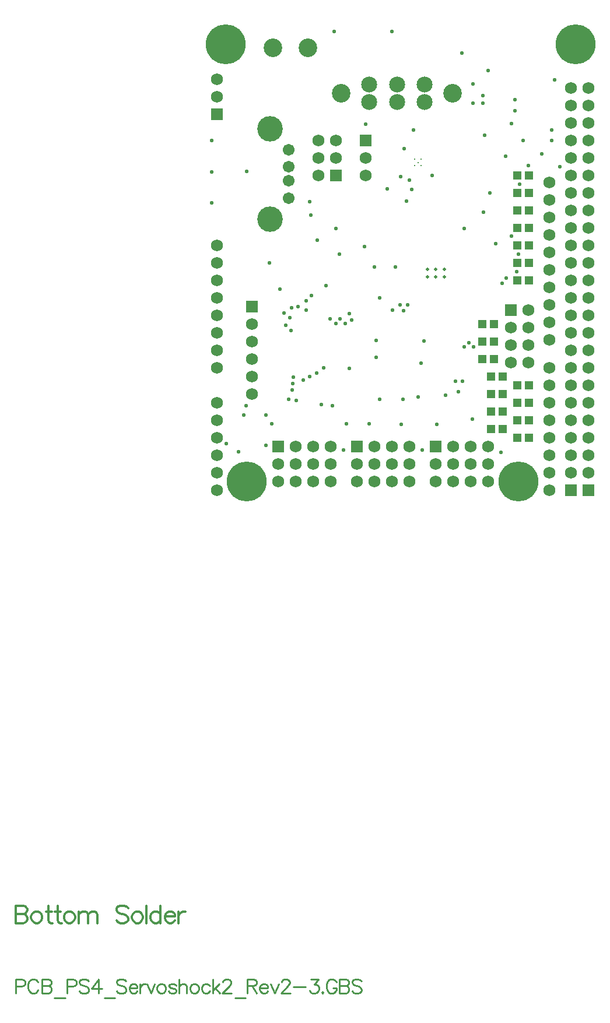
<source format=gbs>
%FSAX24Y24*%
%MOIN*%
G70*
G01*
G75*
G04 Layer_Color=16711935*
G04:AMPARAMS|DCode=10|XSize=9.4mil|YSize=27.6mil|CornerRadius=2.4mil|HoleSize=0mil|Usage=FLASHONLY|Rotation=90.000|XOffset=0mil|YOffset=0mil|HoleType=Round|Shape=RoundedRectangle|*
%AMROUNDEDRECTD10*
21,1,0.0094,0.0228,0,0,90.0*
21,1,0.0047,0.0276,0,0,90.0*
1,1,0.0047,0.0114,0.0024*
1,1,0.0047,0.0114,-0.0024*
1,1,0.0047,-0.0114,-0.0024*
1,1,0.0047,-0.0114,0.0024*
%
%ADD10ROUNDEDRECTD10*%
%ADD11R,0.0661X0.0661*%
G04:AMPARAMS|DCode=12|XSize=9.4mil|YSize=27.6mil|CornerRadius=2.4mil|HoleSize=0mil|Usage=FLASHONLY|Rotation=180.000|XOffset=0mil|YOffset=0mil|HoleType=Round|Shape=RoundedRectangle|*
%AMROUNDEDRECTD12*
21,1,0.0094,0.0228,0,0,180.0*
21,1,0.0047,0.0276,0,0,180.0*
1,1,0.0047,-0.0024,0.0114*
1,1,0.0047,0.0024,0.0114*
1,1,0.0047,0.0024,-0.0114*
1,1,0.0047,-0.0024,-0.0114*
%
%ADD12ROUNDEDRECTD12*%
%ADD13R,0.0591X0.0512*%
%ADD14R,0.1100X0.0680*%
%ADD15R,0.0394X0.0433*%
%ADD16R,0.0433X0.0394*%
%ADD17R,0.0390X0.0430*%
%ADD18R,0.0591X0.1575*%
%ADD19R,0.0709X0.0630*%
%ADD20O,0.0118X0.0709*%
%ADD21O,0.0709X0.0118*%
%ADD22R,0.0472X0.0866*%
%ADD23R,0.1378X0.0866*%
%ADD24R,0.0472X0.1378*%
%ADD25R,0.0177X0.0354*%
%ADD26R,0.0430X0.0390*%
%ADD27C,0.0400*%
%ADD28R,0.0512X0.0591*%
%ADD29O,0.0768X0.0157*%
%ADD30R,0.0157X0.0532*%
%ADD31R,0.0748X0.0748*%
%ADD32R,0.0630X0.0551*%
%ADD33R,0.0709X0.0748*%
%ADD34C,0.0090*%
%ADD35C,0.0110*%
%ADD36C,0.0150*%
%ADD37C,0.0250*%
%ADD38C,0.0600*%
%ADD39C,0.0500*%
%ADD40C,0.0750*%
%ADD41C,0.1000*%
%ADD42C,0.0700*%
%ADD43C,0.0100*%
%ADD44C,0.0200*%
%ADD45C,0.0120*%
%ADD46R,0.0667X0.0672*%
%ADD47R,0.0840X0.0730*%
%ADD48R,0.1290X0.0830*%
%ADD49R,0.1050X0.2350*%
%ADD50R,0.1370X0.0930*%
%ADD51R,0.0600X0.0600*%
%ADD52C,0.0600*%
%ADD53C,0.0984*%
%ADD54C,0.0591*%
%ADD55C,0.1378*%
%ADD56C,0.2200*%
%ADD57C,0.0827*%
%ADD58C,0.0220*%
%ADD59C,0.0280*%
%ADD60C,0.0260*%
%ADD61C,0.0180*%
%ADD62C,0.0230*%
%ADD63C,0.0098*%
%ADD64C,0.0236*%
%ADD65C,0.0035*%
%ADD66C,0.0157*%
%ADD67C,0.0050*%
%ADD68C,0.0080*%
%ADD69C,0.0060*%
%ADD70C,0.0079*%
%ADD71C,0.0040*%
%ADD72C,0.0118*%
%ADD73R,0.0300X0.0600*%
%ADD74R,0.0600X0.0250*%
%ADD75R,0.0591X0.0591*%
%ADD76R,0.1260X0.0610*%
G04:AMPARAMS|DCode=77|XSize=13.4mil|YSize=31.5mil|CornerRadius=3.3mil|HoleSize=0mil|Usage=FLASHONLY|Rotation=90.000|XOffset=0mil|YOffset=0mil|HoleType=Round|Shape=RoundedRectangle|*
%AMROUNDEDRECTD77*
21,1,0.0134,0.0248,0,0,90.0*
21,1,0.0067,0.0315,0,0,90.0*
1,1,0.0067,0.0124,0.0033*
1,1,0.0067,0.0124,-0.0033*
1,1,0.0067,-0.0124,-0.0033*
1,1,0.0067,-0.0124,0.0033*
%
%ADD77ROUNDEDRECTD77*%
G04:AMPARAMS|DCode=78|XSize=13.4mil|YSize=31.5mil|CornerRadius=3.3mil|HoleSize=0mil|Usage=FLASHONLY|Rotation=180.000|XOffset=0mil|YOffset=0mil|HoleType=Round|Shape=RoundedRectangle|*
%AMROUNDEDRECTD78*
21,1,0.0134,0.0248,0,0,180.0*
21,1,0.0067,0.0315,0,0,180.0*
1,1,0.0067,-0.0033,0.0124*
1,1,0.0067,0.0033,0.0124*
1,1,0.0067,0.0033,-0.0124*
1,1,0.0067,-0.0033,-0.0124*
%
%ADD78ROUNDEDRECTD78*%
%ADD79R,0.0671X0.0592*%
%ADD80R,0.1180X0.0760*%
%ADD81R,0.0474X0.0513*%
%ADD82R,0.0513X0.0474*%
%ADD83R,0.0470X0.0510*%
%ADD84R,0.0669X0.1654*%
%ADD85R,0.0789X0.0710*%
%ADD86O,0.0198X0.0789*%
%ADD87O,0.0789X0.0198*%
%ADD88R,0.0552X0.0946*%
%ADD89R,0.1458X0.0946*%
%ADD90R,0.0552X0.1458*%
%ADD91R,0.0257X0.0434*%
%ADD92R,0.0510X0.0470*%
%ADD93C,0.1000*%
%ADD94R,0.0592X0.0671*%
%ADD95O,0.0848X0.0237*%
%ADD96R,0.0236X0.0610*%
%ADD97R,0.0828X0.0828*%
%ADD98R,0.0710X0.0631*%
%ADD99R,0.0789X0.0828*%
%ADD100R,0.0680X0.0680*%
%ADD101C,0.0680*%
%ADD102C,0.1064*%
%ADD103C,0.0671*%
%ADD104C,0.1458*%
%ADD105C,0.2280*%
%ADD106C,0.0907*%
%ADD107C,0.0118*%
%ADD108C,0.0220*%
%ADD109C,0.0200*%
D43*
X022500Y026381D02*
X022843D01*
X022957Y026419D01*
X022995Y026457D01*
X023033Y026533D01*
Y026647D01*
X022995Y026724D01*
X022957Y026762D01*
X022843Y026800D01*
X022500D01*
Y026000D01*
X023784Y026609D02*
X023745Y026686D01*
X023669Y026762D01*
X023593Y026800D01*
X023441D01*
X023365Y026762D01*
X023288Y026686D01*
X023250Y026609D01*
X023212Y026495D01*
Y026305D01*
X023250Y026190D01*
X023288Y026114D01*
X023365Y026038D01*
X023441Y026000D01*
X023593D01*
X023669Y026038D01*
X023745Y026114D01*
X023784Y026190D01*
X024008Y026800D02*
Y026000D01*
Y026800D02*
X024351D01*
X024465Y026762D01*
X024503Y026724D01*
X024541Y026647D01*
Y026571D01*
X024503Y026495D01*
X024465Y026457D01*
X024351Y026419D01*
X024008D02*
X024351D01*
X024465Y026381D01*
X024503Y026343D01*
X024541Y026267D01*
Y026152D01*
X024503Y026076D01*
X024465Y026038D01*
X024351Y026000D01*
X024008D01*
X024720Y025733D02*
X025330D01*
X025433Y026381D02*
X025775D01*
X025890Y026419D01*
X025928Y026457D01*
X025966Y026533D01*
Y026647D01*
X025928Y026724D01*
X025890Y026762D01*
X025775Y026800D01*
X025433D01*
Y026000D01*
X026678Y026686D02*
X026602Y026762D01*
X026488Y026800D01*
X026335D01*
X026221Y026762D01*
X026145Y026686D01*
Y026609D01*
X026183Y026533D01*
X026221Y026495D01*
X026297Y026457D01*
X026526Y026381D01*
X026602Y026343D01*
X026640Y026305D01*
X026678Y026229D01*
Y026114D01*
X026602Y026038D01*
X026488Y026000D01*
X026335D01*
X026221Y026038D01*
X026145Y026114D01*
X027238Y026800D02*
X026857Y026267D01*
X027428D01*
X027238Y026800D02*
Y026000D01*
X027569Y025733D02*
X028179D01*
X028815Y026686D02*
X028739Y026762D01*
X028624Y026800D01*
X028472D01*
X028358Y026762D01*
X028282Y026686D01*
Y026609D01*
X028320Y026533D01*
X028358Y026495D01*
X028434Y026457D01*
X028662Y026381D01*
X028739Y026343D01*
X028777Y026305D01*
X028815Y026229D01*
Y026114D01*
X028739Y026038D01*
X028624Y026000D01*
X028472D01*
X028358Y026038D01*
X028282Y026114D01*
X028994Y026305D02*
X029451D01*
Y026381D01*
X029413Y026457D01*
X029375Y026495D01*
X029299Y026533D01*
X029184D01*
X029108Y026495D01*
X029032Y026419D01*
X028994Y026305D01*
Y026229D01*
X029032Y026114D01*
X029108Y026038D01*
X029184Y026000D01*
X029299D01*
X029375Y026038D01*
X029451Y026114D01*
X029622Y026533D02*
Y026000D01*
Y026305D02*
X029660Y026419D01*
X029737Y026495D01*
X029813Y026533D01*
X029927D01*
X029999D02*
X030228Y026000D01*
X030456Y026533D02*
X030228Y026000D01*
X030776Y026533D02*
X030700Y026495D01*
X030624Y026419D01*
X030586Y026305D01*
Y026229D01*
X030624Y026114D01*
X030700Y026038D01*
X030776Y026000D01*
X030891D01*
X030967Y026038D01*
X031043Y026114D01*
X031081Y026229D01*
Y026305D01*
X031043Y026419D01*
X030967Y026495D01*
X030891Y026533D01*
X030776D01*
X031675Y026419D02*
X031637Y026495D01*
X031523Y026533D01*
X031409D01*
X031294Y026495D01*
X031256Y026419D01*
X031294Y026343D01*
X031370Y026305D01*
X031561Y026267D01*
X031637Y026229D01*
X031675Y026152D01*
Y026114D01*
X031637Y026038D01*
X031523Y026000D01*
X031409D01*
X031294Y026038D01*
X031256Y026114D01*
X031843Y026800D02*
Y026000D01*
Y026381D02*
X031957Y026495D01*
X032033Y026533D01*
X032147D01*
X032224Y026495D01*
X032262Y026381D01*
Y026000D01*
X032662Y026533D02*
X032585Y026495D01*
X032509Y026419D01*
X032471Y026305D01*
Y026229D01*
X032509Y026114D01*
X032585Y026038D01*
X032662Y026000D01*
X032776D01*
X032852Y026038D01*
X032928Y026114D01*
X032966Y026229D01*
Y026305D01*
X032928Y026419D01*
X032852Y026495D01*
X032776Y026533D01*
X032662D01*
X033599Y026419D02*
X033522Y026495D01*
X033446Y026533D01*
X033332D01*
X033256Y026495D01*
X033180Y026419D01*
X033142Y026305D01*
Y026229D01*
X033180Y026114D01*
X033256Y026038D01*
X033332Y026000D01*
X033446D01*
X033522Y026038D01*
X033599Y026114D01*
X033770Y026800D02*
Y026000D01*
X034151Y026533D02*
X033770Y026152D01*
X033922Y026305D02*
X034189Y026000D01*
X034353Y026609D02*
Y026647D01*
X034391Y026724D01*
X034429Y026762D01*
X034505Y026800D01*
X034657D01*
X034734Y026762D01*
X034772Y026724D01*
X034810Y026647D01*
Y026571D01*
X034772Y026495D01*
X034695Y026381D01*
X034315Y026000D01*
X034848D01*
X035027Y025733D02*
X035636D01*
X035739Y026800D02*
Y026000D01*
Y026800D02*
X036082D01*
X036196Y026762D01*
X036234Y026724D01*
X036272Y026647D01*
Y026571D01*
X036234Y026495D01*
X036196Y026457D01*
X036082Y026419D01*
X035739D01*
X036006D02*
X036272Y026000D01*
X036451Y026305D02*
X036908D01*
Y026381D01*
X036870Y026457D01*
X036832Y026495D01*
X036756Y026533D01*
X036642D01*
X036566Y026495D01*
X036489Y026419D01*
X036451Y026305D01*
Y026229D01*
X036489Y026114D01*
X036566Y026038D01*
X036642Y026000D01*
X036756D01*
X036832Y026038D01*
X036908Y026114D01*
X037080Y026533D02*
X037308Y026000D01*
X037537Y026533D02*
X037308Y026000D01*
X037704Y026609D02*
Y026647D01*
X037742Y026724D01*
X037781Y026762D01*
X037857Y026800D01*
X038009D01*
X038085Y026762D01*
X038123Y026724D01*
X038161Y026647D01*
Y026571D01*
X038123Y026495D01*
X038047Y026381D01*
X037666Y026000D01*
X038199D01*
X038379Y026343D02*
X039064D01*
X039376Y026800D02*
X039795D01*
X039567Y026495D01*
X039681D01*
X039757Y026457D01*
X039795Y026419D01*
X039833Y026305D01*
Y026229D01*
X039795Y026114D01*
X039719Y026038D01*
X039605Y026000D01*
X039491D01*
X039376Y026038D01*
X039338Y026076D01*
X039300Y026152D01*
X040051Y026076D02*
X040012Y026038D01*
X040051Y026000D01*
X040089Y026038D01*
X040051Y026076D01*
X040835Y026609D02*
X040797Y026686D01*
X040721Y026762D01*
X040645Y026800D01*
X040492D01*
X040416Y026762D01*
X040340Y026686D01*
X040302Y026609D01*
X040264Y026495D01*
Y026305D01*
X040302Y026190D01*
X040340Y026114D01*
X040416Y026038D01*
X040492Y026000D01*
X040645D01*
X040721Y026038D01*
X040797Y026114D01*
X040835Y026190D01*
Y026305D01*
X040645D02*
X040835D01*
X041018Y026800D02*
Y026000D01*
Y026800D02*
X041361D01*
X041475Y026762D01*
X041513Y026724D01*
X041551Y026647D01*
Y026571D01*
X041513Y026495D01*
X041475Y026457D01*
X041361Y026419D01*
X041018D02*
X041361D01*
X041475Y026381D01*
X041513Y026343D01*
X041551Y026267D01*
Y026152D01*
X041513Y026076D01*
X041475Y026038D01*
X041361Y026000D01*
X041018D01*
X042263Y026686D02*
X042187Y026762D01*
X042073Y026800D01*
X041921D01*
X041806Y026762D01*
X041730Y026686D01*
Y026609D01*
X041768Y026533D01*
X041806Y026495D01*
X041883Y026457D01*
X042111Y026381D01*
X042187Y026343D01*
X042225Y026305D01*
X042263Y026229D01*
Y026114D01*
X042187Y026038D01*
X042073Y026000D01*
X041921D01*
X041806Y026038D01*
X041730Y026114D01*
D45*
X022500Y031000D02*
Y030000D01*
Y031000D02*
X022928D01*
X023071Y030952D01*
X023119Y030905D01*
X023167Y030809D01*
Y030714D01*
X023119Y030619D01*
X023071Y030571D01*
X022928Y030524D01*
X022500D02*
X022928D01*
X023071Y030476D01*
X023119Y030428D01*
X023167Y030333D01*
Y030190D01*
X023119Y030095D01*
X023071Y030048D01*
X022928Y030000D01*
X022500D01*
X023628Y030667D02*
X023533Y030619D01*
X023438Y030524D01*
X023390Y030381D01*
Y030286D01*
X023438Y030143D01*
X023533Y030048D01*
X023628Y030000D01*
X023771D01*
X023866Y030048D01*
X023962Y030143D01*
X024009Y030286D01*
Y030381D01*
X023962Y030524D01*
X023866Y030619D01*
X023771Y030667D01*
X023628D01*
X024371Y031000D02*
Y030190D01*
X024419Y030048D01*
X024514Y030000D01*
X024609D01*
X024228Y030667D02*
X024561D01*
X024895Y031000D02*
Y030190D01*
X024942Y030048D01*
X025038Y030000D01*
X025133D01*
X024752Y030667D02*
X025085D01*
X025514D02*
X025418Y030619D01*
X025323Y030524D01*
X025276Y030381D01*
Y030286D01*
X025323Y030143D01*
X025418Y030048D01*
X025514Y030000D01*
X025656D01*
X025752Y030048D01*
X025847Y030143D01*
X025895Y030286D01*
Y030381D01*
X025847Y030524D01*
X025752Y030619D01*
X025656Y030667D01*
X025514D01*
X026114D02*
Y030000D01*
Y030476D02*
X026256Y030619D01*
X026352Y030667D01*
X026494D01*
X026590Y030619D01*
X026637Y030476D01*
Y030000D01*
Y030476D02*
X026780Y030619D01*
X026875Y030667D01*
X027018D01*
X027113Y030619D01*
X027161Y030476D01*
Y030000D01*
X028927Y030857D02*
X028832Y030952D01*
X028689Y031000D01*
X028499D01*
X028356Y030952D01*
X028261Y030857D01*
Y030762D01*
X028308Y030667D01*
X028356Y030619D01*
X028451Y030571D01*
X028737Y030476D01*
X028832Y030428D01*
X028880Y030381D01*
X028927Y030286D01*
Y030143D01*
X028832Y030048D01*
X028689Y030000D01*
X028499D01*
X028356Y030048D01*
X028261Y030143D01*
X029389Y030667D02*
X029294Y030619D01*
X029199Y030524D01*
X029151Y030381D01*
Y030286D01*
X029199Y030143D01*
X029294Y030048D01*
X029389Y030000D01*
X029532D01*
X029627Y030048D01*
X029722Y030143D01*
X029770Y030286D01*
Y030381D01*
X029722Y030524D01*
X029627Y030619D01*
X029532Y030667D01*
X029389D01*
X029989Y031000D02*
Y030000D01*
X030770Y031000D02*
Y030000D01*
Y030524D02*
X030674Y030619D01*
X030579Y030667D01*
X030436D01*
X030341Y030619D01*
X030246Y030524D01*
X030198Y030381D01*
Y030286D01*
X030246Y030143D01*
X030341Y030048D01*
X030436Y030000D01*
X030579D01*
X030674Y030048D01*
X030770Y030143D01*
X031036Y030381D02*
X031608D01*
Y030476D01*
X031560Y030571D01*
X031512Y030619D01*
X031417Y030667D01*
X031274D01*
X031179Y030619D01*
X031084Y030524D01*
X031036Y030381D01*
Y030286D01*
X031084Y030143D01*
X031179Y030048D01*
X031274Y030000D01*
X031417D01*
X031512Y030048D01*
X031608Y030143D01*
X031822Y030667D02*
Y030000D01*
Y030381D02*
X031869Y030524D01*
X031965Y030619D01*
X032060Y030667D01*
X032203D01*
D92*
X051835Y057750D02*
D03*
X051165D02*
D03*
X050335Y058250D02*
D03*
X049665D02*
D03*
X051835Y058750D02*
D03*
X051165D02*
D03*
X050335Y059250D02*
D03*
X049665D02*
D03*
X051835Y059750D02*
D03*
X051165D02*
D03*
X050335Y060250D02*
D03*
X049665D02*
D03*
X051835Y060750D02*
D03*
X051165D02*
D03*
X050335Y061250D02*
D03*
X049665D02*
D03*
X049835Y062250D02*
D03*
X049165D02*
D03*
X049835Y063250D02*
D03*
X049165D02*
D03*
X049835Y064250D02*
D03*
X049165D02*
D03*
X051835Y066750D02*
D03*
X051165D02*
D03*
X051835Y067750D02*
D03*
X051165D02*
D03*
X051835Y068750D02*
D03*
X051165D02*
D03*
X051835Y069750D02*
D03*
X051165D02*
D03*
X051835Y070750D02*
D03*
X051165D02*
D03*
X051835Y071750D02*
D03*
X051165D02*
D03*
X051165Y072750D02*
D03*
X051835D02*
D03*
D100*
X036000Y065250D02*
D03*
X034000Y076250D02*
D03*
X040800Y072750D02*
D03*
X055250Y054750D02*
D03*
X054250D02*
D03*
X042500Y074750D02*
D03*
X050800Y065050D02*
D03*
X037500Y057250D02*
D03*
X042000D02*
D03*
X046500D02*
D03*
D101*
X036000Y064250D02*
D03*
Y063250D02*
D03*
Y062250D02*
D03*
Y061250D02*
D03*
Y060250D02*
D03*
X034000Y078250D02*
D03*
Y077250D02*
D03*
X040800Y074750D02*
D03*
Y073750D02*
D03*
X039800Y072750D02*
D03*
Y073750D02*
D03*
Y074750D02*
D03*
X055250Y077750D02*
D03*
Y073750D02*
D03*
Y072750D02*
D03*
Y071750D02*
D03*
Y070750D02*
D03*
Y069750D02*
D03*
Y068750D02*
D03*
Y067750D02*
D03*
Y066750D02*
D03*
Y065750D02*
D03*
Y064750D02*
D03*
Y063750D02*
D03*
Y062750D02*
D03*
Y061750D02*
D03*
Y060750D02*
D03*
Y059750D02*
D03*
Y058750D02*
D03*
Y057750D02*
D03*
Y056750D02*
D03*
Y055750D02*
D03*
Y074750D02*
D03*
Y075750D02*
D03*
Y076750D02*
D03*
X054250D02*
D03*
Y075750D02*
D03*
Y074750D02*
D03*
Y055750D02*
D03*
Y056750D02*
D03*
Y057750D02*
D03*
Y058750D02*
D03*
Y059750D02*
D03*
Y060750D02*
D03*
Y061750D02*
D03*
Y062750D02*
D03*
Y063750D02*
D03*
Y064750D02*
D03*
Y065750D02*
D03*
Y066750D02*
D03*
Y067750D02*
D03*
Y068750D02*
D03*
Y069750D02*
D03*
Y070750D02*
D03*
Y071750D02*
D03*
Y072750D02*
D03*
Y073750D02*
D03*
Y077750D02*
D03*
X053000Y072350D02*
D03*
X034000Y068750D02*
D03*
Y067750D02*
D03*
Y066750D02*
D03*
Y065750D02*
D03*
Y064750D02*
D03*
Y063750D02*
D03*
Y062750D02*
D03*
Y061750D02*
D03*
Y059750D02*
D03*
Y058750D02*
D03*
Y057750D02*
D03*
Y056750D02*
D03*
Y055750D02*
D03*
Y054750D02*
D03*
X053000D02*
D03*
Y055750D02*
D03*
Y056750D02*
D03*
Y057750D02*
D03*
Y058750D02*
D03*
Y059750D02*
D03*
Y060750D02*
D03*
Y061750D02*
D03*
Y063350D02*
D03*
Y064350D02*
D03*
Y065350D02*
D03*
Y066350D02*
D03*
Y067350D02*
D03*
Y068350D02*
D03*
Y069350D02*
D03*
Y070350D02*
D03*
Y071350D02*
D03*
X042500Y072750D02*
D03*
Y073750D02*
D03*
X051800Y064050D02*
D03*
Y065050D02*
D03*
X050800Y062050D02*
D03*
Y064050D02*
D03*
Y063050D02*
D03*
X051800D02*
D03*
Y062050D02*
D03*
X039500Y055250D02*
D03*
Y056250D02*
D03*
Y057250D02*
D03*
X040500D02*
D03*
Y056250D02*
D03*
Y055250D02*
D03*
X038500D02*
D03*
Y056250D02*
D03*
Y057250D02*
D03*
X037500Y056250D02*
D03*
Y055250D02*
D03*
X044000D02*
D03*
Y056250D02*
D03*
Y057250D02*
D03*
X045000D02*
D03*
Y056250D02*
D03*
Y055250D02*
D03*
X043000D02*
D03*
Y056250D02*
D03*
Y057250D02*
D03*
X042000Y056250D02*
D03*
Y055250D02*
D03*
X048500D02*
D03*
Y056250D02*
D03*
Y057250D02*
D03*
X049500D02*
D03*
Y056250D02*
D03*
Y055250D02*
D03*
X047500D02*
D03*
Y056250D02*
D03*
Y057250D02*
D03*
X046500Y056250D02*
D03*
Y055250D02*
D03*
D102*
X039200Y080050D02*
D03*
X037200D02*
D03*
X041111Y077450D02*
D03*
X047489D02*
D03*
D103*
X038100Y074228D02*
D03*
Y072456D02*
D03*
Y073244D02*
D03*
Y071472D02*
D03*
D104*
X037033Y075437D02*
D03*
Y070263D02*
D03*
D105*
X054500Y080250D02*
D03*
X034500D02*
D03*
X051250Y055250D02*
D03*
X035700D02*
D03*
D106*
X044300Y076958D02*
D03*
X045875D02*
D03*
X042725D02*
D03*
X045875Y077942D02*
D03*
X044300D02*
D03*
X042725D02*
D03*
D107*
X045681Y073319D02*
D03*
X045319D02*
D03*
X045500Y073500D02*
D03*
X045319Y073681D02*
D03*
X045681D02*
D03*
D108*
X048420Y063200D02*
D03*
X048680Y062950D02*
D03*
X051240Y068250D02*
D03*
X041400Y058560D02*
D03*
X041590Y061730D02*
D03*
X043120Y062370D02*
D03*
Y063340D02*
D03*
X041560Y064860D02*
D03*
X041050Y064560D02*
D03*
X040810Y064280D02*
D03*
X040480Y064550D02*
D03*
X041350Y064300D02*
D03*
X041700Y064490D02*
D03*
X033700Y074760D02*
D03*
Y071190D02*
D03*
X039360Y070500D02*
D03*
X042440Y068680D02*
D03*
X048150Y062950D02*
D03*
X040600Y059600D02*
D03*
X038240Y063890D02*
D03*
X038350Y060850D02*
D03*
X038950Y061050D02*
D03*
X038360Y061240D02*
D03*
X038310Y060490D02*
D03*
X039970Y059660D02*
D03*
X038100Y059950D02*
D03*
X039300Y061250D02*
D03*
X037600Y066250D02*
D03*
X038290Y065190D02*
D03*
X037845Y064895D02*
D03*
X038161Y064611D02*
D03*
X033700Y072950D02*
D03*
X034550Y057410D02*
D03*
X046590Y058520D02*
D03*
X048620Y058840D02*
D03*
X043300Y059950D02*
D03*
X047800Y060400D02*
D03*
X047070Y060200D02*
D03*
X048050Y061000D02*
D03*
X047650D02*
D03*
X044650Y059950D02*
D03*
X044530Y058520D02*
D03*
X045000Y072500D02*
D03*
X044850Y071300D02*
D03*
X049950Y068850D02*
D03*
X038550Y059900D02*
D03*
X049250Y070650D02*
D03*
X037000Y067750D02*
D03*
X036800Y059050D02*
D03*
X043020Y067520D02*
D03*
X045680Y062010D02*
D03*
X042500Y075700D02*
D03*
X039400Y065900D02*
D03*
X039100Y065600D02*
D03*
X045840Y063280D02*
D03*
X037150Y058550D02*
D03*
X045500Y060100D02*
D03*
X043300Y065760D02*
D03*
X048150Y069724D02*
D03*
X048650Y076900D02*
D03*
X049600Y071750D02*
D03*
X051500Y074750D02*
D03*
X051300Y072250D02*
D03*
X053150Y074750D02*
D03*
Y075350D02*
D03*
X042700Y058550D02*
D03*
X038650Y065250D02*
D03*
X037950Y064200D02*
D03*
X040250Y066450D02*
D03*
X039750Y069050D02*
D03*
X049500Y078750D02*
D03*
X045150Y071950D02*
D03*
X043750Y072000D02*
D03*
X044500Y072700D02*
D03*
X045250Y075350D02*
D03*
X044700Y074300D02*
D03*
X040800Y069720D02*
D03*
X051150Y067250D02*
D03*
X041000Y068250D02*
D03*
X039300Y071250D02*
D03*
X049300Y075050D02*
D03*
X050500Y073850D02*
D03*
X048650Y078000D02*
D03*
X048000Y079750D02*
D03*
X044000Y081000D02*
D03*
X040710D02*
D03*
X035700Y073000D02*
D03*
X050550Y066900D02*
D03*
X050300Y066590D02*
D03*
X039110Y065050D02*
D03*
X046300Y072750D02*
D03*
X049200Y077320D02*
D03*
X049220Y076900D02*
D03*
X051050Y076450D02*
D03*
Y077075D02*
D03*
X053310Y078240D02*
D03*
X040100Y061750D02*
D03*
X039700Y061450D02*
D03*
X044210Y067540D02*
D03*
X044050Y065050D02*
D03*
X044490Y065360D02*
D03*
X044895Y065355D02*
D03*
X044690Y065040D02*
D03*
X035250Y056960D02*
D03*
X041250Y057050D02*
D03*
X045750Y057060D02*
D03*
X050240Y056940D02*
D03*
X036820Y057320D02*
D03*
X050830Y069300D02*
D03*
X053600Y073250D02*
D03*
X052590Y074000D02*
D03*
X051820Y073310D02*
D03*
X050830Y075730D02*
D03*
X035540Y059050D02*
D03*
X035670Y059590D02*
D03*
D109*
X046500Y066950D02*
D03*
Y067400D02*
D03*
X047000D02*
D03*
X046050D02*
D03*
Y066950D02*
D03*
X047000D02*
D03*
M02*

</source>
